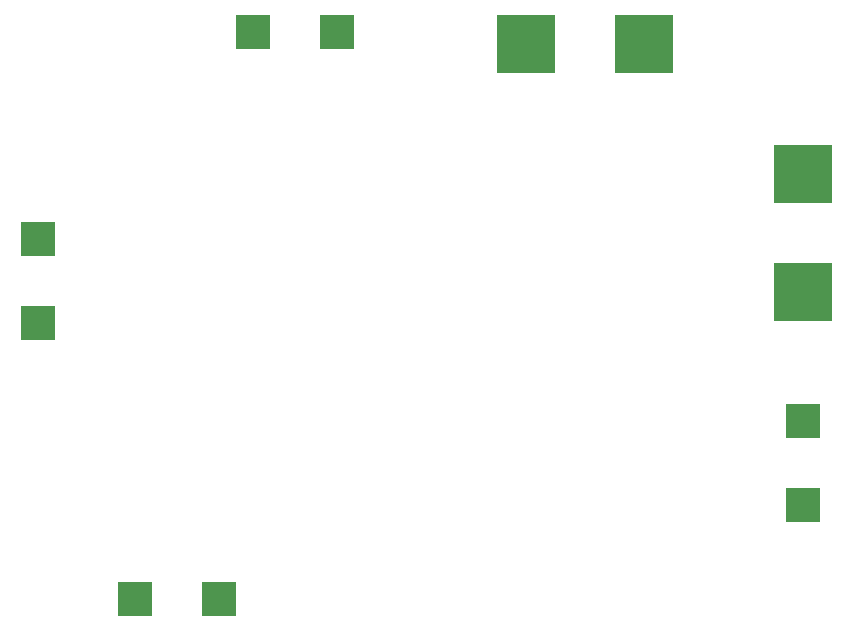
<source format=gbp>
G04 #@! TF.GenerationSoftware,KiCad,Pcbnew,(6.0.10)*
G04 #@! TF.CreationDate,2023-05-01T22:11:39-04:00*
G04 #@! TF.ProjectId,MiniCopterSchematic,4d696e69-436f-4707-9465-72536368656d,v01*
G04 #@! TF.SameCoordinates,Original*
G04 #@! TF.FileFunction,Paste,Bot*
G04 #@! TF.FilePolarity,Positive*
%FSLAX46Y46*%
G04 Gerber Fmt 4.6, Leading zero omitted, Abs format (unit mm)*
G04 Created by KiCad (PCBNEW (6.0.10)) date 2023-05-01 22:11:39*
%MOMM*%
%LPD*%
G01*
G04 APERTURE LIST*
%ADD10R,3.000000X3.000000*%
%ADD11R,5.000000X5.000000*%
G04 APERTURE END LIST*
D10*
X144000000Y-111888000D03*
X144000000Y-119000000D03*
D11*
X120500000Y-80000000D03*
X130500000Y-80000000D03*
D10*
X87444000Y-127000000D03*
X94556000Y-127000000D03*
D11*
X144000000Y-91000000D03*
X144000000Y-101000000D03*
D10*
X79200000Y-96500000D03*
X79200000Y-103612000D03*
X97388000Y-79000000D03*
X104500000Y-79000000D03*
M02*

</source>
